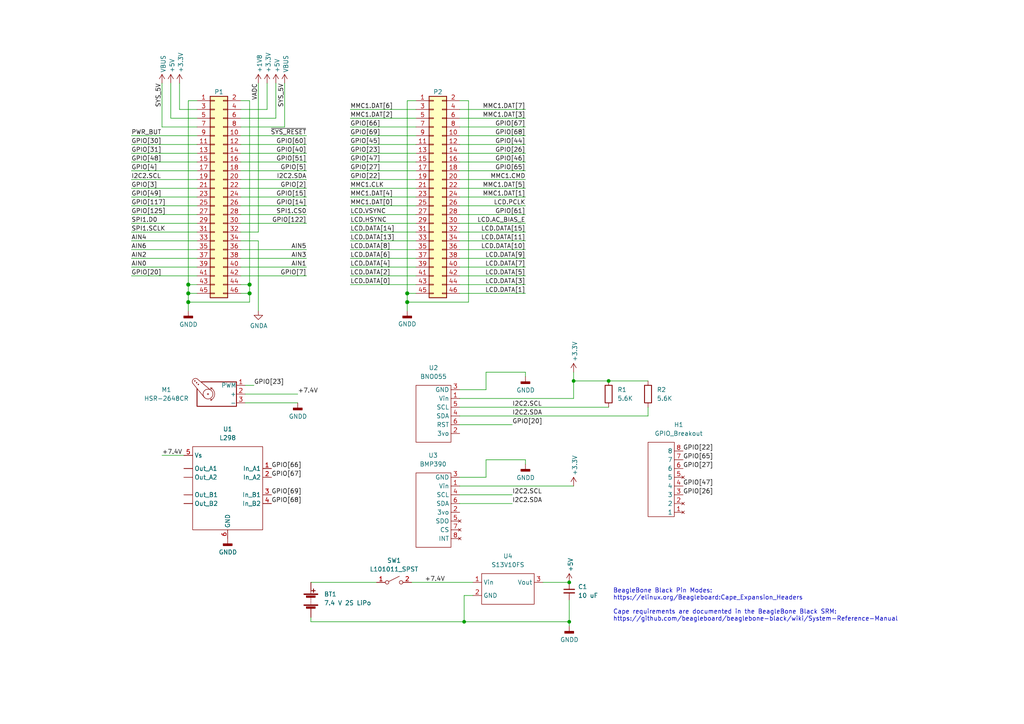
<source format=kicad_sch>
(kicad_sch (version 20211123) (generator eeschema)
  (paper "A4")
  (lib_symbols
    (symbol "Connector_Generic:Conn_02x23_Odd_Even" (pin_names (offset 1.016) hide)
      (property "Reference" "J" (at 1.27 30.48 0))
      (property "Value" "Conn_02x23_Odd_Even" (at 1.27 -30.48 0))
      (symbol "Conn_02x23_Odd_Even_1_1"
        (rectangle (start -1.27 -27.813) (end 0 -28.067) (stroke (width 0.1524)))
        (rectangle (start -1.27 -25.273) (end 0 -25.527) (stroke (width 0.1524)))
        (rectangle (start -1.27 -22.733) (end 0 -22.987) (stroke (width 0.1524)))
        (rectangle (start -1.27 -20.193) (end 0 -20.447) (stroke (width 0.1524)))
        (rectangle (start -1.27 -17.653) (end 0 -17.907) (stroke (width 0.1524)))
        (rectangle (start -1.27 -15.113) (end 0 -15.367) (stroke (width 0.1524)))
        (rectangle (start -1.27 -12.573) (end 0 -12.827) (stroke (width 0.1524)))
        (rectangle (start -1.27 -10.033) (end 0 -10.287) (stroke (width 0.1524)))
        (rectangle (start -1.27 -7.493) (end 0 -7.747) (stroke (width 0.1524)))
        (rectangle (start -1.27 -4.953) (end 0 -5.207) (stroke (width 0.1524)))
        (rectangle (start -1.27 -2.413) (end 0 -2.667) (stroke (width 0.1524)))
        (rectangle (start -1.27 0.127) (end 0 -0.127) (stroke (width 0.1524)))
        (rectangle (start -1.27 2.667) (end 0 2.413) (stroke (width 0.1524)))
        (rectangle (start -1.27 5.207) (end 0 4.953) (stroke (width 0.1524)))
        (rectangle (start -1.27 7.747) (end 0 7.493) (stroke (width 0.1524)))
        (rectangle (start -1.27 10.287) (end 0 10.033) (stroke (width 0.1524)))
        (rectangle (start -1.27 12.827) (end 0 12.573) (stroke (width 0.1524)))
        (rectangle (start -1.27 15.367) (end 0 15.113) (stroke (width 0.1524)))
        (rectangle (start -1.27 17.907) (end 0 17.653) (stroke (width 0.1524)))
        (rectangle (start -1.27 20.447) (end 0 20.193) (stroke (width 0.1524)))
        (rectangle (start -1.27 22.987) (end 0 22.733) (stroke (width 0.1524)))
        (rectangle (start -1.27 25.527) (end 0 25.273) (stroke (width 0.1524)))
        (rectangle (start -1.27 28.067) (end 0 27.813) (stroke (width 0.1524)))
        (rectangle (start -1.27 29.21) (end 3.81 -29.21) (stroke (width 0.254)) (fill (type background)))
        (rectangle (start 3.81 -27.813) (end 2.54 -28.067) (stroke (width 0.1524)))
        (rectangle (start 3.81 -25.273) (end 2.54 -25.527) (stroke (width 0.1524)))
        (rectangle (start 3.81 -22.733) (end 2.54 -22.987) (stroke (width 0.1524)))
        (rectangle (start 3.81 -20.193) (end 2.54 -20.447) (stroke (width 0.1524)))
        (rectangle (start 3.81 -17.653) (end 2.54 -17.907) (stroke (width 0.1524)))
        (rectangle (start 3.81 -15.113) (end 2.54 -15.367) (stroke (width 0.1524)))
        (rectangle (start 3.81 -12.573) (end 2.54 -12.827) (stroke (width 0.1524)))
        (rectangle (start 3.81 -10.033) (end 2.54 -10.287) (stroke (width 0.1524)))
        (rectangle (start 3.81 -7.493) (end 2.54 -7.747) (stroke (width 0.1524)))
        (rectangle (start 3.81 -4.953) (end 2.54 -5.207) (stroke (width 0.1524)))
        (rectangle (start 3.81 -2.413) (end 2.54 -2.667) (stroke (width 0.1524)))
        (rectangle (start 3.81 0.127) (end 2.54 -0.127) (stroke (width 0.1524)))
        (rectangle (start 3.81 2.667) (end 2.54 2.413) (stroke (width 0.1524)))
        (rectangle (start 3.81 5.207) (end 2.54 4.953) (stroke (width 0.1524)))
        (rectangle (start 3.81 7.747) (end 2.54 7.493) (stroke (width 0.1524)))
        (rectangle (start 3.81 10.287) (end 2.54 10.033) (stroke (width 0.1524)))
        (rectangle (start 3.81 12.827) (end 2.54 12.573) (stroke (width 0.1524)))
        (rectangle (start 3.81 15.367) (end 2.54 15.113) (stroke (width 0.1524)))
        (rectangle (start 3.81 17.907) (end 2.54 17.653) (stroke (width 0.1524)))
        (rectangle (start 3.81 20.447) (end 2.54 20.193) (stroke (width 0.1524)))
        (rectangle (start 3.81 22.987) (end 2.54 22.733) (stroke (width 0.1524)))
        (rectangle (start 3.81 25.527) (end 2.54 25.273) (stroke (width 0.1524)))
        (rectangle (start 3.81 28.067) (end 2.54 27.813) (stroke (width 0.1524)))
        (pin passive line (at -5.08 27.94 0) (length 3.81) (name "Pin_1") (number "1"))
        (pin passive line (at 7.62 17.78 180) (length 3.81) (name "Pin_10") (number "10"))
        (pin passive line (at -5.08 15.24 0) (length 3.81) (name "Pin_11") (number "11"))
        (pin passive line (at 7.62 15.24 180) (length 3.81) (name "Pin_12") (number "12"))
        (pin passive line (at -5.08 12.7 0) (length 3.81) (name "Pin_13") (number "13"))
        (pin passive line (at 7.62 12.7 180) (length 3.81) (name "Pin_14") (number "14"))
        (pin passive line (at -5.08 10.16 0) (length 3.81) (name "Pin_15") (number "15"))
        (pin passive line (at 7.62 10.16 180) (length 3.81) (name "Pin_16") (number "16"))
        (pin passive line (at -5.08 7.62 0) (length 3.81) (name "Pin_17") (number "17"))
        (pin passive line (at 7.62 7.62 180) (length 3.81) (name "Pin_18") (number "18"))
        (pin passive line (at -5.08 5.08 0) (length 3.81) (name "Pin_19") (number "19"))
        (pin passive line (at 7.62 27.94 180) (length 3.81) (name "Pin_2") (number "2"))
        (pin passive line (at 7.62 5.08 180) (length 3.81) (name "Pin_20") (number "20"))
        (pin passive line (at -5.08 2.54 0) (length 3.81) (name "Pin_21") (number "21"))
        (pin passive line (at 7.62 2.54 180) (length 3.81) (name "Pin_22") (number "22"))
        (pin passive line (at -5.08 0 0) (length 3.81) (name "Pin_23") (number "23"))
        (pin passive line (at 7.62 0 180) (length 3.81) (name "Pin_24") (number "24"))
        (pin passive line (at -5.08 -2.54 0) (length 3.81) (name "Pin_25") (number "25"))
        (pin passive line (at 7.62 -2.54 180) (length 3.81) (name "Pin_26") (number "26"))
        (pin passive line (at -5.08 -5.08 0) (length 3.81) (name "Pin_27") (number "27"))
        (pin passive line (at 7.62 -5.08 180) (length 3.81) (name "Pin_28") (number "28"))
        (pin passive line (at -5.08 -7.62 0) (length 3.81) (name "Pin_29") (number "29"))
        (pin passive line (at -5.08 25.4 0) (length 3.81) (name "Pin_3") (number "3"))
        (pin passive line (at 7.62 -7.62 180) (length 3.81) (name "Pin_30") (number "30"))
        (pin passive line (at -5.08 -10.16 0) (length 3.81) (name "Pin_31") (number "31"))
        (pin passive line (at 7.62 -10.16 180) (length 3.81) (name "Pin_32") (number "32"))
        (pin passive line (at -5.08 -12.7 0) (length 3.81) (name "Pin_33") (number "33"))
        (pin passive line (at 7.62 -12.7 180) (length 3.81) (name "Pin_34") (number "34"))
        (pin passive line (at -5.08 -15.24 0) (length 3.81) (name "Pin_35") (number "35"))
        (pin passive line (at 7.62 -15.24 180) (length 3.81) (name "Pin_36") (number "36"))
        (pin passive line (at -5.08 -17.78 0) (length 3.81) (name "Pin_37") (number "37"))
        (pin passive line (at 7.62 -17.78 180) (length 3.81) (name "Pin_38") (number "38"))
        (pin passive line (at -5.08 -20.32 0) (length 3.81) (name "Pin_39") (number "39"))
        (pin passive line (at 7.62 25.4 180) (length 3.81) (name "Pin_4") (number "4"))
        (pin passive line (at 7.62 -20.32 180) (length 3.81) (name "Pin_40") (number "40"))
        (pin passive line (at -5.08 -22.86 0) (length 3.81) (name "Pin_41") (number "41"))
        (pin passive line (at 7.62 -22.86 180) (length 3.81) (name "Pin_42") (number "42"))
        (pin passive line (at -5.08 -25.4 0) (length 3.81) (name "Pin_43") (number "43"))
        (pin passive line (at 7.62 -25.4 180) (length 3.81) (name "Pin_44") (number "44"))
        (pin passive line (at -5.08 -27.94 0) (length 3.81) (name "Pin_45") (number "45"))
        (pin passive line (at 7.62 -27.94 180) (length 3.81) (name "Pin_46") (number "46"))
        (pin passive line (at -5.08 22.86 0) (length 3.81) (name "Pin_5") (number "5"))
        (pin passive line (at 7.62 22.86 180) (length 3.81) (name "Pin_6") (number "6"))
        (pin passive line (at -5.08 20.32 0) (length 3.81) (name "Pin_7") (number "7"))
        (pin passive line (at 7.62 20.32 180) (length 3.81) (name "Pin_8") (number "8"))
        (pin passive line (at -5.08 17.78 0) (length 3.81) (name "Pin_9") (number "9"))
      )
    )
    (symbol "Device:Battery" (pin_numbers hide) (pin_names (offset 0) hide)
      (property "Reference" "BT1" (at 3.81 1.6511 0))
      (property "Value" "7.4 V 2S LiPo" (at 3.81 -0.8889 0))
      (symbol "Battery_0_1"
        (rectangle (start -2.032 -1.397) (end 2.032 -1.651) (fill (type outline)))
        (rectangle (start -2.032 1.778) (end 2.032 1.524) (fill (type outline)))
        (rectangle (start -1.3208 -1.9812) (end 1.27 -2.4892) (fill (type outline)))
        (rectangle (start -1.3208 1.1938) (end 1.27 0.6858) (fill (type outline)))
        (polyline (pts (xy 0 -1.524) (xy 0 -1.27)))
        (polyline (pts (xy 0 -1.016) (xy 0 -0.762)))
        (polyline (pts (xy 0 -0.508) (xy 0 -0.254)))
        (polyline (pts (xy 0 0) (xy 0 0.254)))
        (polyline (pts (xy 0 0.508) (xy 0 0.762)))
        (polyline (pts (xy 0 1.778) (xy 0 2.54)))
        (polyline (pts (xy 0.254 2.667) (xy 1.27 2.667)) (stroke (width 0.254)))
        (polyline (pts (xy 0.762 3.175) (xy 0.762 2.159)) (stroke (width 0.254)))
      )
      (symbol "Battery_1_1"
        (pin power_out line (at 0 5.08 270) (length 2.54) (name "+") (number "1"))
        (pin power_out line (at 0 -5.08 90) (length 2.54) (name "-") (number "2"))
      )
    )
    (symbol "Device:C_Small" (pin_numbers hide) (pin_names (offset 0.254) hide)
      (property "Reference" "C" (at 0.254 1.778 0))
      (property "Value" "C_Small" (at 0.254 -2.032 0))
      (symbol "C_Small_0_1"
        (polyline (pts (xy -1.524 -0.508) (xy 1.524 -0.508)) (stroke (width 0.3302)))
        (polyline (pts (xy -1.524 0.508) (xy 1.524 0.508)) (stroke (width 0.3048)))
      )
      (symbol "C_Small_1_1"
        (pin passive line (at 0 2.54 270) (length 2.032) (name "~") (number "1"))
        (pin passive line (at 0 -2.54 90) (length 2.032) (name "~") (number "2"))
      )
    )
    (symbol "Device:R" (pin_numbers hide) (pin_names (offset 0))
      (property "Reference" "R" (at 2.032 0 90))
      (property "Value" "R" (at 0 0 90))
      (symbol "R_0_1"
        (rectangle (start -1.016 -2.54) (end 1.016 2.54) (stroke (width 0.254)))
      )
      (symbol "R_1_1"
        (pin passive line (at 0 3.81 270) (length 1.27) (name "~") (number "1"))
        (pin passive line (at 0 -3.81 90) (length 1.27) (name "~") (number "2"))
      )
    )
    (symbol "Motor:Motor_Servo" (pin_names (offset 0.0254))
      (property "Reference" "M" (at -5.08 4.445 0))
      (property "Value" "Motor_Servo" (at -5.08 -4.064 0))
      (symbol "Motor_Servo_0_1"
        (polyline (pts (xy 2.413 -1.778) (xy 2.032 -1.778)))
        (polyline (pts (xy 2.413 -1.778) (xy 2.286 -1.397)))
        (polyline (pts (xy 2.413 1.778) (xy 1.905 1.778)))
        (polyline (pts (xy 2.413 1.778) (xy 2.286 1.397)))
        (polyline (pts (xy 6.35 4.445) (xy 2.54 1.27)))
        (polyline (pts (xy 7.62 3.175) (xy 4.191 -1.016)))
        (polyline (pts (xy 5.08 3.556) (xy -5.08 3.556) (xy -5.08 -3.556) (xy 6.35 -3.556) (xy 6.35 1.524)) (stroke (width 0.254)))
        (arc (start 2.413 1.778) (mid 1.2406 0) (end 2.413 -1.778))
        (circle (center 3.175 0) (radius 0.1778))
        (circle (center 3.175 0) (radius 1.4224))
        (circle (center 5.969 2.794) (radius 0.127))
        (circle (center 6.477 3.302) (radius 0.127))
        (circle (center 6.985 3.81) (radius 0.127))
        (arc (start 7.62 3.175) (mid 7.4485 4.2735) (end 6.35 4.445))
      )
      (symbol "Motor_Servo_1_1"
        (pin passive line (at -7.62 2.54 0) (length 2.54) (name "PWM") (number "1"))
        (pin passive line (at -7.62 0 0) (length 2.54) (name "+") (number "2"))
        (pin passive line (at -7.62 -2.54 0) (length 2.54) (name "-") (number "3"))
      )
    )
    (symbol "Switch:SW_SPST" (pin_names (offset 0) hide)
      (property "Reference" "SW" (at 0 3.175 0))
      (property "Value" "SW_SPST" (at 0 -2.54 0))
      (symbol "SW_SPST_0_0"
        (circle (center -2.032 0) (radius 0.508))
        (polyline (pts (xy -1.524 0.254) (xy 1.524 1.778)))
        (circle (center 2.032 0) (radius 0.508))
      )
      (symbol "SW_SPST_1_1"
        (pin passive line (at -5.08 0 0) (length 2.54) (name "A") (number "1"))
        (pin passive line (at 5.08 0 180) (length 2.54) (name "B") (number "2"))
      )
    )
    (symbol "payload_symbol_library:BMP390"
      (property "Reference" "U" (at -6.35 3.81 0))
      (property "Value" "BMP390" (at -3.81 1.27 0))
      (symbol "BMP390_0_1"
        (rectangle (start -10.16 0) (end 0 -21.59))
      )
      (symbol "BMP390_1_1"
        (pin power_in line (at -12.7 -3.81 0) (length 2.54) (name "Vin") (number "1"))
        (pin power_out line (at -12.7 -11.43 0) (length 2.54) (name "3vo") (number "2"))
        (pin power_in line (at -12.7 -1.27 0) (length 2.54) (name "GND") (number "3"))
        (pin input line (at -12.7 -6.35 0) (length 2.54) (name "SCL") (number "4"))
        (pin no_connect line (at -12.7 -13.97 0) (length 2.54) (name "SDO") (number "5"))
        (pin bidirectional line (at -12.7 -8.89 0) (length 2.54) (name "SDA") (number "6"))
        (pin no_connect line (at -12.7 -16.51 0) (length 2.54) (name "CS") (number "7"))
        (pin no_connect line (at -12.7 -19.05 0) (length 2.54) (name "INT") (number "8"))
      )
    )
    (symbol "payload_symbol_library:BNO055"
      (property "Reference" "U" (at -6.35 3.81 0))
      (property "Value" "BNO055" (at -3.81 1.27 0))
      (symbol "BNO055_0_1"
        (rectangle (start -10.16 0) (end 0 -16.51))
      )
      (symbol "BNO055_1_1"
        (pin power_in line (at -12.7 -3.81 0) (length 2.54) (name "Vin") (number "1"))
        (pin power_out line (at -12.7 -13.97 0) (length 2.54) (name "3vo") (number "2"))
        (pin power_in line (at -12.7 -1.27 0) (length 2.54) (name "GND") (number "3"))
        (pin bidirectional line (at -12.7 -8.89 0) (length 2.54) (name "SDA") (number "4"))
        (pin input line (at -12.7 -6.35 0) (length 2.54) (name "SCL") (number "5"))
        (pin input line (at -12.7 -11.43 0) (length 2.54) (name "RST") (number "6"))
      )
    )
    (symbol "payload_symbol_library:GPIO_Breakout"
      (property "Reference" "H1" (at -3.81 -25.4 0))
      (property "Value" "GPIO_Breakout" (at -3.81 -22.86 0))
      (symbol "GPIO_Breakout_0_1"
        (rectangle (start -2.54 1.27) (end 5.08 -20.32))
      )
      (symbol "GPIO_Breakout_1_1"
        (pin no_connect line (at -5.08 0 0) (length 2.54) (name "1") (number "1"))
        (pin no_connect line (at -5.08 -2.54 0) (length 2.54) (name "2") (number "2"))
        (pin passive line (at -5.08 -5.08 0) (length 2.54) (name "3") (number "3"))
        (pin passive line (at -5.08 -7.62 0) (length 2.54) (name "4") (number "4"))
        (pin no_connect line (at -5.08 -10.16 0) (length 2.54) (name "5") (number "5"))
        (pin passive line (at -5.08 -12.7 0) (length 2.54) (name "6") (number "6"))
        (pin passive line (at -5.08 -15.24 0) (length 2.54) (name "7") (number "7"))
        (pin passive line (at -5.08 -17.78 0) (length 2.54) (name "8") (number "8"))
      )
    )
    (symbol "payload_symbol_library:L298"
      (property "Reference" "U" (at 2.54 3.81 0))
      (property "Value" "L298" (at 2.54 1.27 0))
      (symbol "L298_0_0"
        (rectangle (start 0 0) (end 20.32 -24.13))
      )
      (symbol "L298_1_1"
        (pin output line (at -2.54 -6.35 0) (length 2.54) (name "Out_A1") (number ""))
        (pin output line (at -2.54 -8.89 0) (length 2.54) (name "Out_A2") (number ""))
        (pin output line (at -2.54 -13.97 0) (length 2.54) (name "Out_B1") (number ""))
        (pin output line (at -2.54 -16.51 0) (length 2.54) (name "Out_B2") (number ""))
        (pin input line (at 22.86 -6.35 180) (length 2.54) (name "In_A1") (number "1"))
        (pin input line (at 22.86 -8.89 180) (length 2.54) (name "In_A2") (number "2"))
        (pin input line (at 22.86 -13.97 180) (length 2.54) (name "In_B1") (number "3"))
        (pin input line (at 22.86 -16.51 180) (length 2.54) (name "In_B2") (number "4"))
        (pin power_in line (at -2.54 -2.54 0) (length 2.54) (name "Vs") (number "5"))
        (pin power_in line (at 10.16 -26.67 90) (length 2.54) (name "GND") (number "6"))
      )
    )
    (symbol "payload_symbol_library:S13V10FS"
      (property "Reference" "U" (at 0 1.27 0))
      (property "Value" "S13V10FS" (at 3.81 3.81 0))
      (symbol "S13V10FS_0_1"
        (rectangle (start -15.24 0) (end 0 -8.89))
      )
      (symbol "S13V10FS_1_1"
        (pin power_in line (at -17.78 -2.54 0) (length 2.54) (name "Vin") (number "1"))
        (pin power_in line (at -17.78 -6.35 0) (length 2.54) (name "GND") (number "2"))
        (pin power_out line (at 2.54 -2.54 180) (length 2.54) (name "Vout") (number "3"))
      )
    )
    (symbol "power:+1V8" (power) (pin_names (offset 0))
      (property "Value" "+1V8" (at 0 3.556 0))
      (symbol "+1V8_0_1"
        (polyline (pts (xy -0.762 1.27) (xy 0 2.54)))
        (polyline (pts (xy 0 0) (xy 0 2.54)))
        (polyline (pts (xy 0 2.54) (xy 0.762 1.27)))
      )
      (symbol "+1V8_1_1"
        (pin power_in line (at 0 0 90) (length 0) hide (name "+1V8") (number "1"))
      )
    )
    (symbol "power:+3.3V" (power) (pin_names (offset 0))
      (property "Value" "+3.3V" (at 0 3.556 0))
      (symbol "+3.3V_0_1"
        (polyline (pts (xy -0.762 1.27) (xy 0 2.54)))
        (polyline (pts (xy 0 0) (xy 0 2.54)))
        (polyline (pts (xy 0 2.54) (xy 0.762 1.27)))
      )
      (symbol "+3.3V_1_1"
        (pin power_in line (at 0 0 90) (length 0) hide (name "+3.3V") (number "1"))
      )
    )
    (symbol "power:+5V" (power) (pin_names (offset 0))
      (property "Value" "+5V" (at 0 3.556 0))
      (symbol "+5V_0_1"
        (polyline (pts (xy -0.762 1.27) (xy 0 2.54)))
        (polyline (pts (xy 0 0) (xy 0 2.54)))
        (polyline (pts (xy 0 2.54) (xy 0.762 1.27)))
      )
      (symbol "+5V_1_1"
        (pin power_in line (at 0 0 90) (length 0) hide (name "+5V") (number "1"))
      )
    )
    (symbol "power:GNDA" (power) (pin_names (offset 0))
      (property "Value" "GNDA" (at 0 -3.81 0))
      (symbol "GNDA_0_1"
        (polyline (pts (xy 0 0) (xy 0 -1.27) (xy 1.27 -1.27) (xy 0 -2.54) (xy -1.27 -1.27) (xy 0 -1.27)))
      )
      (symbol "GNDA_1_1"
        (pin power_in line (at 0 0 270) (length 0) hide (name "GNDA") (number "1"))
      )
    )
    (symbol "power:GNDD" (power) (pin_names (offset 0))
      (property "Value" "GNDD" (at 0 -3.175 0))
      (symbol "GNDD_0_1"
        (rectangle (start -1.27 -1.524) (end 1.27 -2.032) (stroke (width 0.254)) (fill (type outline)))
        (polyline (pts (xy 0 0) (xy 0 -1.524)))
      )
      (symbol "GNDD_1_1"
        (pin power_in line (at 0 0 270) (length 0) hide (name "GNDD") (number "1"))
      )
    )
    (symbol "power:VBUS" (power) (pin_names (offset 0))
      (property "Value" "VBUS" (at 0 3.81 0))
      (symbol "VBUS_0_1"
        (polyline (pts (xy -0.762 1.27) (xy 0 2.54)))
        (polyline (pts (xy 0 0) (xy 0 2.54)))
        (polyline (pts (xy 0 2.54) (xy 0.762 1.27)))
      )
      (symbol "VBUS_1_1"
        (pin power_in line (at 0 0 90) (length 0) hide (name "VBUS") (number "1"))
      )
    )
  )
  (junction (at 134.62 180.34))
  (junction (at 166.37 110.49))
  (junction (at 54.61 85.09) (diameter 1.016))
  (junction (at 165.1 180.34))
  (junction (at 118.11 87.63) (diameter 1.016))
  (junction (at 54.61 82.55) (diameter 1.016))
  (junction (at 72.39 85.09) (diameter 1.016))
  (junction (at 118.11 85.09) (diameter 1.016))
  (junction (at 54.61 87.63) (diameter 1.016))
  (junction (at 176.53 110.49))
  (junction (at 165.1 168.91))
  (junction (at 72.39 82.55) (diameter 1.016))
  (wire (pts (xy 38.1 64.77) (xy 57.15 64.77)))
  (wire (pts (xy 157.48 168.91) (xy 165.1 168.91)))
  (wire (pts (xy 133.35 59.69) (xy 152.4 59.69)))
  (wire (pts (xy 69.85 64.77) (xy 88.9 64.77)))
  (wire (pts (xy 57.15 34.29) (xy 49.53 34.29)))
  (wire (pts (xy 74.93 69.85) (xy 74.93 90.17)))
  (wire (pts (xy 133.35 54.61) (xy 152.4 54.61)))
  (wire (pts (xy 133.35 64.77) (xy 152.4 64.77)))
  (wire (pts (xy 57.15 36.83) (xy 46.99 36.83)))
  (wire (pts (xy 54.61 82.55) (xy 57.15 82.55)))
  (wire (pts (xy 54.61 85.09) (xy 54.61 82.55)))
  (wire (pts (xy 69.85 80.01) (xy 88.9 80.01)))
  (wire (pts (xy 133.35 72.39) (xy 152.4 72.39)))
  (wire (pts (xy 166.37 110.49) (xy 166.37 115.57)))
  (wire (pts (xy 133.35 140.97) (xy 166.37 140.97)))
  (wire (pts (xy 69.85 74.93) (xy 88.9 74.93)))
  (wire (pts (xy 101.6 46.99) (xy 120.65 46.99)))
  (wire (pts (xy 133.35 74.93) (xy 152.4 74.93)))
  (wire (pts (xy 69.85 59.69) (xy 88.9 59.69)))
  (wire (pts (xy 187.96 118.11) (xy 187.96 120.65)))
  (wire (pts (xy 38.1 67.31) (xy 57.15 67.31)))
  (wire (pts (xy 165.1 180.34) (xy 165.1 181.61)))
  (wire (pts (xy 69.85 77.47) (xy 88.9 77.47)))
  (wire (pts (xy 101.6 67.31) (xy 120.65 67.31)))
  (wire (pts (xy 101.6 39.37) (xy 120.65 39.37)))
  (wire (pts (xy 69.85 69.85) (xy 74.93 69.85)))
  (wire (pts (xy 54.61 87.63) (xy 72.39 87.63)))
  (wire (pts (xy 133.35 143.51) (xy 148.59 143.51)))
  (wire (pts (xy 38.1 46.99) (xy 57.15 46.99)))
  (wire (pts (xy 133.35 49.53) (xy 152.4 49.53)))
  (wire (pts (xy 57.15 31.75) (xy 52.07 31.75)))
  (wire (pts (xy 133.35 123.19) (xy 148.59 123.19)))
  (wire (pts (xy 38.1 44.45) (xy 57.15 44.45)))
  (wire (pts (xy 38.1 57.15) (xy 57.15 57.15)))
  (wire (pts (xy 71.12 111.76) (xy 73.66 111.76)))
  (wire (pts (xy 135.89 29.21) (xy 135.89 87.63)))
  (wire (pts (xy 133.35 115.57) (xy 166.37 115.57)))
  (wire (pts (xy 69.85 36.83) (xy 82.55 36.83)))
  (wire (pts (xy 118.11 29.21) (xy 118.11 85.09)))
  (wire (pts (xy 133.35 118.11) (xy 176.53 118.11)))
  (wire (pts (xy 38.1 77.47) (xy 57.15 77.47)))
  (wire (pts (xy 49.53 34.29) (xy 49.53 24.13)))
  (wire (pts (xy 101.6 44.45) (xy 120.65 44.45)))
  (wire (pts (xy 118.11 29.21) (xy 120.65 29.21)))
  (wire (pts (xy 101.6 77.47) (xy 120.65 77.47)))
  (wire (pts (xy 133.35 62.23) (xy 152.4 62.23)))
  (wire (pts (xy 69.85 31.75) (xy 77.47 31.75)))
  (wire (pts (xy 80.01 34.29) (xy 80.01 24.13)))
  (wire (pts (xy 77.47 31.75) (xy 77.47 24.13)))
  (wire (pts (xy 118.11 85.09) (xy 118.11 87.63)))
  (wire (pts (xy 118.11 87.63) (xy 118.11 90.17)))
  (wire (pts (xy 120.65 85.09) (xy 118.11 85.09)))
  (wire (pts (xy 52.07 31.75) (xy 52.07 24.13)))
  (wire (pts (xy 133.35 146.05) (xy 148.59 146.05)))
  (wire (pts (xy 101.6 31.75) (xy 120.65 31.75)))
  (wire (pts (xy 90.17 180.34) (xy 90.17 179.07)))
  (wire (pts (xy 86.36 114.3) (xy 71.12 114.3)))
  (wire (pts (xy 69.85 52.07) (xy 88.9 52.07)))
  (wire (pts (xy 152.4 107.95) (xy 152.4 109.22)))
  (wire (pts (xy 71.12 116.84) (xy 86.36 116.84)))
  (wire (pts (xy 140.97 138.43) (xy 133.35 138.43)))
  (wire (pts (xy 101.6 80.01) (xy 120.65 80.01)))
  (wire (pts (xy 101.6 49.53) (xy 120.65 49.53)))
  (wire (pts (xy 118.11 87.63) (xy 135.89 87.63)))
  (wire (pts (xy 38.1 72.39) (xy 57.15 72.39)))
  (wire (pts (xy 152.4 133.35) (xy 152.4 134.62)))
  (wire (pts (xy 134.62 180.34) (xy 165.1 180.34)))
  (wire (pts (xy 133.35 57.15) (xy 152.4 57.15)))
  (wire (pts (xy 46.99 36.83) (xy 46.99 24.13)))
  (wire (pts (xy 38.1 62.23) (xy 57.15 62.23)))
  (wire (pts (xy 133.35 39.37) (xy 152.4 39.37)))
  (wire (pts (xy 69.85 82.55) (xy 72.39 82.55)))
  (wire (pts (xy 72.39 82.55) (xy 72.39 85.09)))
  (wire (pts (xy 72.39 85.09) (xy 72.39 87.63)))
  (wire (pts (xy 133.35 34.29) (xy 152.4 34.29)))
  (wire (pts (xy 69.85 62.23) (xy 88.9 62.23)))
  (wire (pts (xy 69.85 44.45) (xy 88.9 44.45)))
  (wire (pts (xy 101.6 57.15) (xy 120.65 57.15)))
  (wire (pts (xy 69.85 29.21) (xy 72.39 29.21)))
  (wire (pts (xy 38.1 54.61) (xy 57.15 54.61)))
  (wire (pts (xy 119.38 168.91) (xy 137.16 168.91)))
  (wire (pts (xy 69.85 49.53) (xy 88.9 49.53)))
  (wire (pts (xy 74.93 24.13) (xy 74.93 67.31)))
  (wire (pts (xy 101.6 82.55) (xy 120.65 82.55)))
  (wire (pts (xy 133.35 29.21) (xy 135.89 29.21)))
  (wire (pts (xy 166.37 110.49) (xy 176.53 110.49)))
  (wire (pts (xy 133.35 82.55) (xy 152.4 82.55)))
  (wire (pts (xy 72.39 29.21) (xy 72.39 82.55)))
  (wire (pts (xy 69.85 57.15) (xy 88.9 57.15)))
  (wire (pts (xy 101.6 72.39) (xy 120.65 72.39)))
  (wire (pts (xy 38.1 80.01) (xy 57.15 80.01)))
  (wire (pts (xy 69.85 54.61) (xy 88.9 54.61)))
  (wire (pts (xy 38.1 49.53) (xy 57.15 49.53)))
  (wire (pts (xy 101.6 36.83) (xy 120.65 36.83)))
  (wire (pts (xy 101.6 59.69) (xy 120.65 59.69)))
  (wire (pts (xy 101.6 52.07) (xy 120.65 52.07)))
  (wire (pts (xy 140.97 113.03) (xy 140.97 107.95)))
  (wire (pts (xy 133.35 46.99) (xy 152.4 46.99)))
  (wire (pts (xy 101.6 69.85) (xy 120.65 69.85)))
  (wire (pts (xy 82.55 24.13) (xy 82.55 36.83)))
  (wire (pts (xy 133.35 120.65) (xy 187.96 120.65)))
  (wire (pts (xy 54.61 29.21) (xy 54.61 82.55)))
  (wire (pts (xy 57.15 29.21) (xy 54.61 29.21)))
  (wire (pts (xy 38.1 41.91) (xy 57.15 41.91)))
  (wire (pts (xy 133.35 80.01) (xy 152.4 80.01)))
  (wire (pts (xy 133.35 44.45) (xy 152.4 44.45)))
  (wire (pts (xy 133.35 69.85) (xy 152.4 69.85)))
  (wire (pts (xy 101.6 62.23) (xy 120.65 62.23)))
  (wire (pts (xy 38.1 59.69) (xy 57.15 59.69)))
  (wire (pts (xy 133.35 41.91) (xy 152.4 41.91)))
  (wire (pts (xy 101.6 54.61) (xy 120.65 54.61)))
  (wire (pts (xy 101.6 41.91) (xy 120.65 41.91)))
  (wire (pts (xy 176.53 110.49) (xy 187.96 110.49)))
  (wire (pts (xy 54.61 85.09) (xy 57.15 85.09)))
  (wire (pts (xy 54.61 87.63) (xy 54.61 85.09)))
  (wire (pts (xy 54.61 90.17) (xy 54.61 87.63)))
  (wire (pts (xy 133.35 52.07) (xy 152.4 52.07)))
  (wire (pts (xy 133.35 85.09) (xy 152.4 85.09)))
  (wire (pts (xy 38.1 69.85) (xy 57.15 69.85)))
  (wire (pts (xy 133.35 77.47) (xy 152.4 77.47)))
  (wire (pts (xy 101.6 64.77) (xy 120.65 64.77)))
  (wire (pts (xy 165.1 173.99) (xy 165.1 180.34)))
  (wire (pts (xy 140.97 107.95) (xy 152.4 107.95)))
  (wire (pts (xy 69.85 41.91) (xy 88.9 41.91)))
  (wire (pts (xy 140.97 133.35) (xy 140.97 138.43)))
  (wire (pts (xy 133.35 113.03) (xy 140.97 113.03)))
  (wire (pts (xy 166.37 107.95) (xy 166.37 110.49)))
  (wire (pts (xy 46.99 132.08) (xy 53.34 132.08)))
  (wire (pts (xy 140.97 133.35) (xy 152.4 133.35)))
  (wire (pts (xy 90.17 168.91) (xy 109.22 168.91)))
  (wire (pts (xy 133.35 31.75) (xy 152.4 31.75)))
  (wire (pts (xy 133.35 67.31) (xy 152.4 67.31)))
  (wire (pts (xy 69.85 34.29) (xy 80.01 34.29)))
  (wire (pts (xy 90.17 180.34) (xy 134.62 180.34)))
  (wire (pts (xy 38.1 39.37) (xy 57.15 39.37)))
  (wire (pts (xy 69.85 72.39) (xy 88.9 72.39)))
  (wire (pts (xy 69.85 46.99) (xy 88.9 46.99)))
  (wire (pts (xy 101.6 74.93) (xy 120.65 74.93)))
  (wire (pts (xy 133.35 36.83) (xy 152.4 36.83)))
  (wire (pts (xy 69.85 39.37) (xy 88.9 39.37)))
  (wire (pts (xy 134.62 172.72) (xy 137.16 172.72)))
  (wire (pts (xy 38.1 52.07) (xy 57.15 52.07)))
  (wire (pts (xy 69.85 67.31) (xy 74.93 67.31)))
  (wire (pts (xy 38.1 74.93) (xy 57.15 74.93)))
  (wire (pts (xy 101.6 34.29) (xy 120.65 34.29)))
  (wire (pts (xy 69.85 85.09) (xy 72.39 85.09)))
  (wire (pts (xy 134.62 172.72) (xy 134.62 180.34)))
  (text "BeagleBone Black Pin Modes:\nhttps://elinux.org/Beagleboard:Cape_Expansion_Headers\n\nCape requirements are documented in the BeagleBone Black SRM:\nhttps://github.com/beagleboard/beaglebone-black/wiki/System-Reference-Manual" (at 177.8 180.34 0) (effects (font (size 1.27 1.27)) (justify left bottom)))
  (label "+7.4V" (at 46.99 132.08 0))
  (label "GPIO[45]" (at 101.6 41.91 0))
  (label "LCD.DATA[14]" (at 101.6 67.31 0))
  (label "AIN4" (at 38.1 69.85 0))
  (label "GPIO[125]" (at 38.1 62.23 0))
  (label "GPIO[5]" (at 88.9 49.53 180))
  (label "VADC" (at 74.93 24.13 270))
  (label "SPI1.CS0" (at 88.9 62.23 180))
  (label "GPIO[67]" (at 152.4 36.83 180))
  (label "LCD.DATA[13]" (at 101.6 69.85 0))
  (label "GPIO[26]" (at 198.12 143.51 0))
  (label "I2C2.SDA" (at 88.9 52.07 180))
  (label "MMC1.DAT[5]" (at 152.4 54.61 180))
  (label "LCD.DATA[1]" (at 152.4 85.09 180))
  (label "LCD.HSYNC" (at 101.6 64.77 0))
  (label "MMC1.CMD" (at 152.4 52.07 180))
  (label "SPI1.SCLK" (at 38.1 67.31 0))
  (label "GPIO[117]" (at 38.1 59.69 0))
  (label "GPIO[22]" (at 198.12 130.81 0))
  (label "GPIO[47]" (at 198.12 140.97 0))
  (label "PWR_BUT" (at 38.1 39.37 0))
  (label "GPIO[27]" (at 101.6 49.53 0))
  (label "~{SYS_RESET}" (at 88.9 39.37 180))
  (label "GPIO[30]" (at 38.1 41.91 0))
  (label "GPIO[4]" (at 38.1 49.53 0))
  (label "LCD.DATA[2]" (at 101.6 80.01 0))
  (label "GPIO[7]" (at 88.9 80.01 180))
  (label "I2C2.SDA" (at 148.59 120.65 0))
  (label "AIN6" (at 38.1 72.39 0))
  (label "GPIO[15]" (at 88.9 57.15 180))
  (label "SPI1.D0" (at 38.1 64.77 0))
  (label "SYS_5V" (at 82.55 24.13 270))
  (label "GPIO[46]" (at 152.4 46.99 180))
  (label "AIN5" (at 88.9 72.39 180))
  (label "GPIO[69]" (at 78.74 143.51 0))
  (label "GPIO[23]" (at 101.6 44.45 0))
  (label "GPIO[51]" (at 88.9 46.99 180))
  (label "MMC1.DAT[3]" (at 152.4 34.29 180))
  (label "GPIO[65]" (at 198.12 133.35 0))
  (label "GPIO[2]" (at 88.9 54.61 180))
  (label "GPIO[31]" (at 38.1 44.45 0))
  (label "GPIO[20]" (at 38.1 80.01 0))
  (label "MMC1.CLK" (at 101.6 54.61 0))
  (label "GPIO[66]" (at 78.74 135.89 0))
  (label "MMC1.DAT[1]" (at 152.4 57.15 180))
  (label "GPIO[67]" (at 78.74 138.43 0))
  (label "GPIO[47]" (at 101.6 46.99 0))
  (label "GPIO[27]" (at 198.12 135.89 0))
  (label "LCD.DATA[11]" (at 152.4 69.85 180))
  (label "GPIO[40]" (at 88.9 44.45 180))
  (label "I2C2.SCL" (at 38.1 52.07 0))
  (label "LCD.DATA[0]" (at 101.6 82.55 0))
  (label "I2C2.SDA" (at 148.59 146.05 0))
  (label "LCD.PCLK" (at 152.4 59.69 180))
  (label "GPIO[44]" (at 152.4 41.91 180))
  (label "GPIO[49]" (at 38.1 57.15 0))
  (label "AIN2" (at 38.1 74.93 0))
  (label "GPIO[61]" (at 152.4 62.23 180))
  (label "GPIO[122]" (at 88.9 64.77 180))
  (label "AIN0" (at 38.1 77.47 0))
  (label "LCD.DATA[9]" (at 152.4 74.93 180))
  (label "LCD.DATA[15]" (at 152.4 67.31 180))
  (label "GPIO[66]" (at 101.6 36.83 0))
  (label "GPIO[14]" (at 88.9 59.69 180))
  (label "GPIO[3]" (at 38.1 54.61 0))
  (label "GPIO[20]" (at 148.59 123.19 0))
  (label "MMC1.DAT[7]" (at 152.4 31.75 180))
  (label "+7.4V" (at 123.19 168.91 0))
  (label "MMC1.DAT[2]" (at 101.6 34.29 0))
  (label "+7.4V" (at 86.36 114.3 0))
  (label "GPIO[69]" (at 101.6 39.37 0))
  (label "LCD.DATA[4]" (at 101.6 77.47 0))
  (label "GPIO[60]" (at 88.9 41.91 180))
  (label "LCD.DATA[3]" (at 152.4 82.55 180))
  (label "MMC1.DAT[4]" (at 101.6 57.15 0))
  (label "GPIO[22]" (at 101.6 52.07 0))
  (label "I2C2.SCL" (at 148.59 118.11 0))
  (label "GPIO[68]" (at 152.4 39.37 180))
  (label "AIN3" (at 88.9 74.93 180))
  (label "GPIO[68]" (at 78.74 146.05 0))
  (label "LCD.AC_BIAS_E" (at 152.4 64.77 180))
  (label "LCD.DATA[7]" (at 152.4 77.47 180))
  (label "LCD.DATA[10]" (at 152.4 72.39 180))
  (label "MMC1.DAT[0]" (at 101.6 59.69 0))
  (label "GPIO[26]" (at 152.4 44.45 180))
  (label "GPIO[48]" (at 38.1 46.99 0))
  (label "LCD.DATA[5]" (at 152.4 80.01 180))
  (label "AIN1" (at 88.9 77.47 180))
  (label "I2C2.SCL" (at 148.59 143.51 0))
  (label "LCD.DATA[8]" (at 101.6 72.39 0))
  (label "SYS_5V" (at 46.99 24.13 270))
  (label "GPIO[23]" (at 73.66 111.76 0))
  (label "MMC1.DAT[6]" (at 101.6 31.75 0))
  (label "LCD.DATA[6]" (at 101.6 74.93 0))
  (label "LCD.VSYNC" (at 101.6 62.23 0))
  (label "GPIO[65]" (at 152.4 49.53 180))
  (symbol (lib_id "power:GNDD") (at 118.11 90.17 0) (unit 1)
    (property "Reference" "#PWR012" (effects hide))
    (property "Value" "GNDD" (at 118.11 93.98 0))
  )
  (symbol (lib_id "power:+3.3V") (at 77.47 24.13 0) (unit 1)
    (property "Reference" "#PWR07" (effects hide))
    (property "Value" "+3.3V" (at 77.8256 21.082 90) (effects (justify left)))
  )
  (symbol (lib_id "power:+5V") (at 80.01 24.13 0) (unit 1)
    (property "Reference" "#PWR08" (effects hide))
    (property "Value" "+5V" (at 80.391 21.082 90) (effects (justify left)))
  )
  (symbol (lib_id "power:+3.3V") (at 52.07 24.13 0) (unit 1)
    (property "Reference" "#PWR03" (effects hide))
    (property "Value" "+3.3V" (at 52.4256 21.082 90) (effects (justify left)))
  )
  (symbol (lib_id "power:+5V") (at 49.53 24.13 0) (unit 1)
    (property "Reference" "#PWR02" (effects hide))
    (property "Value" "+5V" (at 49.911 21.082 90) (effects (justify left)))
  )
  (symbol (lib_id "Connector_Generic:Conn_02x23_Odd_Even") (at 62.23 57.15 0) (unit 1)
    (property "Reference" "P1" (at 63.5 26.67 0))
    (property "Value" "BeagleBone_Black_Header" (effects hide))
    (property "Footprint" "Connector_PinHeader_2.54mm:PinHeader_2x23_P2.54mm_Vertical" (effects hide))
  )
  (symbol (lib_id "Connector_Generic:Conn_02x23_Odd_Even") (at 125.73 57.15 0) (unit 1)
    (property "Reference" "P2" (at 127 26.67 0))
    (property "Value" "BeagleBone_Black_Header" (effects hide))
    (property "Footprint" "Connector_PinHeader_2.54mm:PinHeader_2x23_P2.54mm_Vertical" (effects hide))
  )
  (symbol (lib_id "power:GNDA") (at 74.93 90.17 0) (unit 1)
    (property "Reference" "#PWR06" (effects hide))
    (property "Value" "GNDA" (at 75.0443 94.4944 0))
  )
  (symbol (lib_id "power:GNDD") (at 86.36 116.84 0) (unit 1)
    (property "Reference" "#PWR011" (effects hide))
    (property "Value" "GNDD" (at 86.4108 120.7834 0))
  )
  (symbol (lib_id "payload_symbol_library:GPIO_Breakout") (at 193.04 148.59 180) (unit 1)
    (property "Reference" "H1" (at 196.85 123.19 0))
    (property "Value" "GPIO_Breakout" (at 196.85 125.73 0))
    (property "Footprint" "Connector_PinHeader_2.54mm:PinHeader_1x08_P2.54mm_Vertical" (effects hide))
  )
  (symbol (lib_id "payload_symbol_library:BMP390") (at 120.65 137.16 0) (mirror y) (unit 1)
    (property "Reference" "U3" (at 127 132.08 0) (effects (justify left)))
    (property "Value" "BMP390" (at 129.54 134.62 0) (effects (justify left)))
    (property "Footprint" "payload_footprint_library:BMP390" (effects hide))
  )
  (symbol (lib_id "Switch:SW_SPST") (at 114.3 168.91 0) (unit 1)
    (property "Reference" "SW1" (at 114.3 162.56 0))
    (property "Value" "L101011_SPST" (at 114.3 165.1 0))
    (property "Footprint" "payload_footprint_library:SPST" (effects hide))
  )
  (symbol (lib_id "Device:C_Small") (at 165.1 171.45 0) (unit 1)
    (property "Reference" "C1" (at 167.64 170.1862 0) (effects (justify left)))
    (property "Value" "10 uF" (at 167.64 172.7262 0) (effects (justify left)))
    (property "Footprint" "Capacitor_THT:C_Radial_D10.0mm_H16.0mm_P5.00mm" (effects hide))
  )
  (symbol (lib_id "payload_symbol_library:S13V10FS") (at 154.94 166.37 0) (unit 1)
    (property "Reference" "U4" (at 147.32 161.29 0))
    (property "Value" "S13V10FS" (at 147.32 163.83 0))
    (property "Footprint" "payload_footprint_library:S13V10F5" (effects hide))
  )
  (symbol (lib_id "power:+1V8") (at 74.93 24.13 0) (unit 1)
    (property "Reference" "#PWR05" (effects hide))
    (property "Value" "+1V8" (at 75.2856 21.082 90) (effects (justify left)))
  )
  (symbol (lib_id "power:GNDD") (at 152.4 109.22 0) (unit 1)
    (property "Reference" "#PWR0103" (effects hide))
    (property "Value" "GNDD" (at 152.4508 113.1634 0))
  )
  (symbol (lib_id "Device:R") (at 176.53 114.3 0) (unit 1)
    (property "Reference" "R1" (at 179.07 113.0299 0) (effects (justify left)))
    (property "Value" "5.6K" (at 179.07 115.5699 0) (effects (justify left)))
    (property "Footprint" "Resistor_THT:R_Axial_DIN0207_L6.3mm_D2.5mm_P10.16mm_Horizontal" (effects hide))
  )
  (symbol (lib_id "Device:Battery") (at 90.17 173.99 0) (unit 1)
    (property "Reference" "BT1" (at 93.98 172.3389 0) (effects (justify left)))
    (property "Value" "7.4 V 2S LiPo" (at 93.98 174.8789 0) (effects (justify left)))
    (property "Footprint" "Connector_PinHeader_2.54mm:PinHeader_2x01_P2.54mm_Vertical" (effects hide))
  )
  (symbol (lib_id "power:+3.3V") (at 166.37 107.95 0) (unit 1)
    (property "Reference" "#PWR0104" (effects hide))
    (property "Value" "+3.3V" (at 166.7256 104.902 90) (effects (justify left)))
  )
  (symbol (lib_id "power:VBUS") (at 82.55 24.13 0) (unit 1)
    (property "Reference" "#PWR09" (effects hide))
    (property "Value" "VBUS" (at 82.931 21.082 90) (effects (justify left)))
  )
  (symbol (lib_id "payload_symbol_library:BNO055") (at 120.65 111.76 0) (mirror y) (unit 1)
    (property "Reference" "U2" (at 125.73 106.68 0))
    (property "Value" "BNO055" (at 125.73 109.22 0))
    (property "Footprint" "payload_footprint_library:BNO055" (effects hide))
  )
  (symbol (lib_id "power:GNDD") (at 152.4 134.62 0) (unit 1)
    (property "Reference" "#PWR0102" (effects hide))
    (property "Value" "GNDD" (at 152.4508 138.5634 0))
  )
  (symbol (lib_id "power:+5V") (at 165.1 168.91 0) (unit 1)
    (property "Reference" "#PWR013" (effects hide))
    (property "Value" "+5V" (at 165.481 165.862 90) (effects (justify left)))
  )
  (symbol (lib_id "power:VBUS") (at 46.99 24.13 0) (unit 1)
    (property "Reference" "#PWR01" (effects hide))
    (property "Value" "VBUS" (at 47.371 21.082 90) (effects (justify left)))
  )
  (symbol (lib_id "power:GNDD") (at 54.61 90.17 0) (unit 1)
    (property "Reference" "#PWR04" (effects hide))
    (property "Value" "GNDD" (at 54.6608 94.1134 0))
  )
  (symbol (lib_id "power:GNDD") (at 165.1 181.61 0) (unit 1)
    (property "Reference" "#PWR014" (effects hide))
    (property "Value" "GNDD" (at 165.1508 185.5534 0))
  )
  (symbol (lib_id "power:+3.3V") (at 166.37 140.97 0) (unit 1)
    (property "Reference" "#PWR0101" (effects hide))
    (property "Value" "+3.3V" (at 166.7256 137.922 90) (effects (justify left)))
  )
  (symbol (lib_id "Device:R") (at 187.96 114.3 0) (unit 1)
    (property "Reference" "R2" (at 190.5 113.0299 0) (effects (justify left)))
    (property "Value" "5.6K" (at 190.5 115.5699 0) (effects (justify left)))
    (property "Footprint" "Resistor_THT:R_Axial_DIN0207_L6.3mm_D2.5mm_P10.16mm_Horizontal" (effects hide))
  )
  (symbol (lib_id "payload_symbol_library:L298") (at 55.88 129.54 0) (unit 1)
    (property "Reference" "U1" (at 66.04 124.46 0))
    (property "Value" "L298" (at 66.04 127 0))
    (property "Footprint" "Connector_PinHeader_2.54mm:PinHeader_1x06_P2.54mm_Vertical" (effects hide))
  )
  (symbol (lib_id "power:GNDD") (at 66.04 156.21 0) (unit 1)
    (property "Reference" "#PWR015" (effects hide))
    (property "Value" "GNDD" (at 66.0908 160.1534 0))
  )
  (symbol (lib_id "Motor:Motor_Servo") (at 63.5 114.3 0) (mirror y) (unit 1)
    (property "Reference" "M1" (at 48.26 113.03 0))
    (property "Value" "HSR-2648CR" (at 48.26 115.57 0))
    (property "Footprint" "Connector_PinHeader_2.54mm:PinHeader_1x03_P2.54mm_Vertical" (effects hide))
    (property "Datasheet" "http://forums.parallax.com/uploads/attachments/46831/74481.png" (effects hide))
  )
)
</source>
